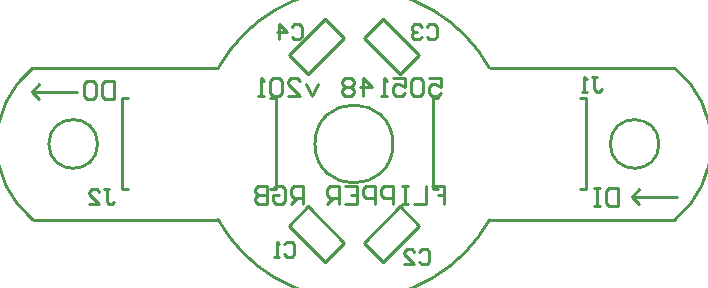
<source format=gbo>
%FSLAX25Y25*%
%MOIN*%
G70*
G01*
G75*
G04 Layer_Color=33789*
%ADD10P,0.08352X4X360.0*%
%ADD11P,0.08352X4X90.0*%
%ADD12C,0.02500*%
%ADD13C,0.00100*%
%ADD14C,0.16500*%
%ADD15C,0.04000*%
G04:AMPARAMS|DCode=16|XSize=80mil|YSize=50mil|CornerRadius=0mil|HoleSize=0mil|Usage=FLASHONLY|Rotation=225.000|XOffset=0mil|YOffset=0mil|HoleType=Round|Shape=Rectangle|*
%AMROTATEDRECTD16*
4,1,4,0.01061,0.04596,0.04596,0.01061,-0.01061,-0.04596,-0.04596,-0.01061,0.01061,0.04596,0.0*
%
%ADD16ROTATEDRECTD16*%

G04:AMPARAMS|DCode=17|XSize=80mil|YSize=50mil|CornerRadius=0mil|HoleSize=0mil|Usage=FLASHONLY|Rotation=315.000|XOffset=0mil|YOffset=0mil|HoleType=Round|Shape=Rectangle|*
%AMROTATEDRECTD17*
4,1,4,-0.04596,0.01061,-0.01061,0.04596,0.04596,-0.01061,0.01061,-0.04596,-0.04596,0.01061,0.0*
%
%ADD17ROTATEDRECTD17*%

%ADD18R,0.12205X0.17716*%
%ADD19R,0.12205X0.17716*%
%ADD20C,0.01000*%
D13*
X645179Y525300D02*
G03*
X554721Y525300I-45229J-25250D01*
G01*
Y474800D02*
G03*
X645179Y474800I45229J25250D01*
G01*
X612950Y500050D02*
G03*
X612950Y500050I-13000J0D01*
G01*
X492888Y525300D02*
G03*
X492888Y474800I20462J-25250D01*
G01*
X707012D02*
G03*
X707012Y525300I-20462J25250D01*
G01*
X492888Y474800D02*
X554721D01*
X492888Y525300D02*
X554721D01*
X645179Y474800D02*
X707012D01*
X645179Y525300D02*
X707012D01*
D20*
X492888D02*
G03*
X492888Y474800I20462J-25250D01*
G01*
X707012D02*
G03*
X707012Y525300I-20462J25250D01*
G01*
X701650Y500050D02*
G03*
X701650Y500050I-8125J0D01*
G01*
X514500D02*
G03*
X514500Y500050I-8125J0D01*
G01*
X645179Y525300D02*
G03*
X554721Y525300I-45229J-25250D01*
G01*
Y474800D02*
G03*
X645179Y474800I45229J25250D01*
G01*
X612950Y500050D02*
G03*
X612950Y500050I-13000J0D01*
G01*
X584672Y479215D02*
X596715Y467172D01*
X590328Y460785D02*
X596715Y467172D01*
X578285Y472828D02*
X590328Y460785D01*
X578285Y472828D02*
X584672Y479215D01*
X603285Y467172D02*
X615328Y479215D01*
X621715Y472828D01*
X609672Y460785D02*
X621715Y472828D01*
X603285Y467172D02*
X609672Y460785D01*
X603285Y535328D02*
X615328Y523285D01*
X603285Y535328D02*
X609672Y541715D01*
X621715Y529672D01*
X615328Y523285D02*
X621715Y529672D01*
X692500Y482500D02*
X707500D01*
X692500D02*
X695000Y485000D01*
X692500Y482500D02*
X695000Y480000D01*
X492500Y517500D02*
X495000Y515000D01*
X492500Y517500D02*
X495000Y520000D01*
X492500Y517500D02*
X507500D01*
X675374Y515453D02*
X677343D01*
Y484941D02*
Y515453D01*
X675374Y484941D02*
X677343D01*
X626161D02*
X628130D01*
X626161D02*
Y515453D01*
X628130D01*
X522661Y484941D02*
X524630D01*
X522661D02*
Y515453D01*
X524630D01*
X571874D02*
X573842D01*
Y484941D02*
Y515453D01*
X571874Y484941D02*
X573842D01*
X645179Y525300D02*
X707012D01*
X645179Y474800D02*
X707012D01*
X492888Y525300D02*
X554721D01*
X492888Y474800D02*
X554721D01*
X584672Y523285D02*
X596715Y535328D01*
X578285Y529672D02*
X584672Y523285D01*
X578285Y529672D02*
X590328Y541715D01*
X596715Y535328D01*
X624168Y539165D02*
X625001Y539998D01*
X626667D01*
X627500Y539165D01*
Y535833D01*
X626667Y535000D01*
X625001D01*
X624168Y535833D01*
X622502Y539165D02*
X621669Y539998D01*
X620002D01*
X619169Y539165D01*
Y538332D01*
X620002Y537499D01*
X620835D01*
X620002D01*
X619169Y536666D01*
Y535833D01*
X620002Y535000D01*
X621669D01*
X622502Y535833D01*
X621668Y464165D02*
X622501Y464998D01*
X624167D01*
X625000Y464165D01*
Y460833D01*
X624167Y460000D01*
X622501D01*
X621668Y460833D01*
X616669Y460000D02*
X620002D01*
X616669Y463332D01*
Y464165D01*
X617502Y464998D01*
X619169D01*
X620002Y464165D01*
X576668Y466665D02*
X577501Y467498D01*
X579167D01*
X580000Y466665D01*
Y463333D01*
X579167Y462500D01*
X577501D01*
X576668Y463333D01*
X575002Y462500D02*
X573336D01*
X574169D01*
Y467498D01*
X575002Y466665D01*
X516668Y484998D02*
X518334D01*
X517501D01*
Y480833D01*
X518334Y480000D01*
X519167D01*
X520000Y480833D01*
X511669Y480000D02*
X515002D01*
X511669Y483332D01*
Y484165D01*
X512502Y484998D01*
X514169D01*
X515002Y484165D01*
X679168Y522498D02*
X680834D01*
X680001D01*
Y518333D01*
X680834Y517500D01*
X681667D01*
X682500Y518333D01*
X677502Y517500D02*
X675836D01*
X676669D01*
Y522498D01*
X677502Y521665D01*
X579168Y539165D02*
X580001Y539998D01*
X581667D01*
X582500Y539165D01*
Y535833D01*
X581667Y535000D01*
X580001D01*
X579168Y535833D01*
X575002Y535000D02*
Y539998D01*
X577502Y537499D01*
X574169D01*
X688000Y485498D02*
Y479500D01*
X685001D01*
X684001Y480500D01*
Y484498D01*
X685001Y485498D01*
X688000D01*
X682002D02*
X680003D01*
X681002D01*
Y479500D01*
X682002D01*
X680003D01*
X520000Y520998D02*
Y515000D01*
X517001D01*
X516001Y516000D01*
Y519998D01*
X517001Y520998D01*
X520000D01*
X511003D02*
X513002D01*
X514002Y519998D01*
Y516000D01*
X513002Y515000D01*
X511003D01*
X510003Y516000D01*
Y519998D01*
X511003Y520998D01*
X626001Y485998D02*
X630000D01*
Y482999D01*
X628001D01*
X630000D01*
Y480000D01*
X624002Y485998D02*
Y480000D01*
X620003D01*
X618004Y485998D02*
X616005D01*
X617004D01*
Y480000D01*
X618004D01*
X616005D01*
X613005D02*
Y485998D01*
X610007D01*
X609007Y484998D01*
Y482999D01*
X610007Y481999D01*
X613005D01*
X607007Y480000D02*
Y485998D01*
X604008D01*
X603009Y484998D01*
Y482999D01*
X604008Y481999D01*
X607007D01*
X597011Y485998D02*
X601009D01*
Y480000D01*
X597011D01*
X601009Y482999D02*
X599010D01*
X595011Y480000D02*
Y485998D01*
X592012D01*
X591013Y484998D01*
Y482999D01*
X592012Y481999D01*
X595011D01*
X593012D02*
X591013Y480000D01*
X583015D02*
Y485998D01*
X580016D01*
X579016Y484998D01*
Y482999D01*
X580016Y481999D01*
X583015D01*
X581016D02*
X579016Y480000D01*
X573018Y484998D02*
X574018Y485998D01*
X576018D01*
X577017Y484998D01*
Y481000D01*
X576018Y480000D01*
X574018D01*
X573018Y481000D01*
Y482999D01*
X575018D01*
X571019Y485998D02*
Y480000D01*
X568020D01*
X567020Y481000D01*
Y481999D01*
X568020Y482999D01*
X571019D01*
X568020D01*
X567020Y483999D01*
Y484998D01*
X568020Y485998D01*
X571019D01*
X625024Y521976D02*
X629023D01*
Y518976D01*
X627023Y519976D01*
X626023D01*
X625024Y518976D01*
Y516977D01*
X626023Y515977D01*
X628023D01*
X629023Y516977D01*
X623025Y520976D02*
X622025Y521976D01*
X620025D01*
X619026Y520976D01*
Y516977D01*
X620025Y515977D01*
X622025D01*
X623025Y516977D01*
Y520976D01*
X613028Y521976D02*
X617026D01*
Y518976D01*
X615027Y519976D01*
X614027D01*
X613028Y518976D01*
Y516977D01*
X614027Y515977D01*
X616027D01*
X617026Y516977D01*
X611028Y515977D02*
X609029D01*
X610029D01*
Y521976D01*
X611028Y520976D01*
X603031Y515977D02*
Y521976D01*
X606030Y518976D01*
X602031D01*
X600032Y520976D02*
X599032Y521976D01*
X597033D01*
X596033Y520976D01*
Y519976D01*
X597033Y518976D01*
X596033Y517977D01*
Y516977D01*
X597033Y515977D01*
X599032D01*
X600032Y516977D01*
Y517977D01*
X599032Y518976D01*
X600032Y519976D01*
Y520976D01*
X599032Y518976D02*
X597033D01*
X588036Y519976D02*
X586036Y515977D01*
X584037Y519976D01*
X578039Y515977D02*
X582038D01*
X578039Y519976D01*
Y520976D01*
X579039Y521976D01*
X581038D01*
X582038Y520976D01*
X576040D02*
X575040Y521976D01*
X573041D01*
X572041Y520976D01*
Y516977D01*
X573041Y515977D01*
X575040D01*
X576040Y516977D01*
Y520976D01*
X570042Y515977D02*
X568042D01*
X569042D01*
Y521976D01*
X570042Y520976D01*
M02*

</source>
